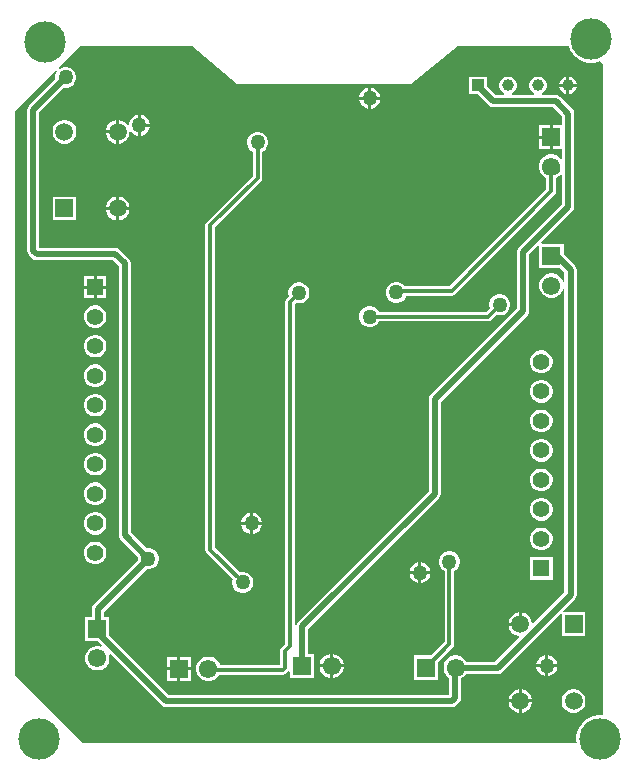
<source format=gbr>
G04*
G04 #@! TF.GenerationSoftware,Altium Limited,Altium Designer,24.2.2 (26)*
G04*
G04 Layer_Physical_Order=2*
G04 Layer_Color=16711680*
%FSLAX43Y43*%
%MOMM*%
G71*
G04*
G04 #@! TF.SameCoordinates,78AD72C9-59E1-4A50-B3D3-B96FA2B5B495*
G04*
G04*
G04 #@! TF.FilePolarity,Positive*
G04*
G01*
G75*
%ADD12C,0.500*%
%ADD37C,1.550*%
%ADD38R,1.550X1.550*%
%ADD39C,1.400*%
%ADD40R,1.400X1.400*%
%ADD43R,1.550X1.550*%
%ADD48C,0.300*%
%ADD49R,1.500X1.500*%
%ADD50C,1.500*%
%ADD51R,0.985X0.985*%
%ADD52C,0.985*%
%ADD53C,3.500*%
%ADD54C,1.270*%
G36*
X47224Y60551D02*
X47443Y60223D01*
X47723Y59943D01*
X48051Y59724D01*
X48415Y59573D01*
X48803Y59496D01*
X49197D01*
X49585Y59573D01*
X49738Y59637D01*
X49975Y59400D01*
Y4277D01*
X49947Y4254D01*
X49553D01*
X49165Y4177D01*
X48801Y4026D01*
X48473Y3807D01*
X48193Y3527D01*
X47974Y3199D01*
X47823Y2835D01*
X47746Y2447D01*
Y2053D01*
X47757Y1998D01*
X47676Y1900D01*
X5975D01*
X225Y7650D01*
Y55400D01*
X3671Y58846D01*
X3772Y58768D01*
X3672Y58593D01*
X3611Y58367D01*
Y58133D01*
X3621Y58097D01*
X1387Y55863D01*
X1275Y55697D01*
X1236Y55500D01*
Y43586D01*
X1275Y43389D01*
X1387Y43222D01*
X1680Y42930D01*
X1846Y42818D01*
X2043Y42779D01*
X8494D01*
X8986Y42287D01*
Y19500D01*
X9025Y19303D01*
X9137Y19137D01*
X10621Y17653D01*
X10611Y17617D01*
Y17383D01*
X10621Y17347D01*
X6849Y13575D01*
X6737Y13409D01*
X6698Y13212D01*
Y12604D01*
X6146D01*
Y10546D01*
X7176D01*
X7551Y10171D01*
X7486Y10057D01*
X7310Y10104D01*
X7040D01*
X6778Y10034D01*
X6543Y9898D01*
X6352Y9707D01*
X6216Y9472D01*
X6146Y9210D01*
Y8940D01*
X6216Y8678D01*
X6352Y8443D01*
X6543Y8252D01*
X6778Y8116D01*
X7040Y8046D01*
X7310D01*
X7572Y8116D01*
X7807Y8252D01*
X7998Y8443D01*
X8134Y8678D01*
X8204Y8940D01*
Y9210D01*
X8157Y9386D01*
X8271Y9451D01*
X12646Y5076D01*
X12813Y4965D01*
X13009Y4926D01*
X37207D01*
X37404Y4965D01*
X37570Y5076D01*
X37863Y5369D01*
X37975Y5536D01*
X38014Y5733D01*
Y7369D01*
X38157Y7452D01*
X38348Y7643D01*
X38402Y7736D01*
X41073D01*
X41270Y7775D01*
X41437Y7887D01*
X46379Y12829D01*
X46496Y12780D01*
Y10946D01*
X48504D01*
Y12954D01*
X46670D01*
X46621Y13071D01*
X47613Y14063D01*
X47725Y14230D01*
X47764Y14427D01*
Y41950D01*
X47725Y42147D01*
X47613Y42313D01*
X46654Y43273D01*
Y44154D01*
X44797D01*
X44748Y44271D01*
X47427Y46951D01*
X47539Y47117D01*
X47578Y47314D01*
Y55186D01*
X47539Y55383D01*
X47427Y55549D01*
X46363Y56613D01*
X46197Y56725D01*
X46000Y56764D01*
X44820D01*
X44799Y56822D01*
X44798Y56891D01*
X44948Y56978D01*
X45087Y57117D01*
X45186Y57287D01*
X45236Y57477D01*
Y57673D01*
X45186Y57863D01*
X45087Y58033D01*
X44948Y58172D01*
X44778Y58271D01*
X44588Y58321D01*
X44392D01*
X44202Y58271D01*
X44032Y58172D01*
X43893Y58033D01*
X43794Y57863D01*
X43743Y57673D01*
Y57477D01*
X43794Y57287D01*
X43893Y57117D01*
X44032Y56978D01*
X44182Y56891D01*
X44181Y56822D01*
X44160Y56764D01*
X42280D01*
X42259Y56822D01*
X42258Y56891D01*
X42408Y56978D01*
X42547Y57117D01*
X42646Y57287D01*
X42696Y57477D01*
Y57673D01*
X42646Y57863D01*
X42547Y58033D01*
X42408Y58172D01*
X42238Y58271D01*
X42048Y58321D01*
X41852D01*
X41662Y58271D01*
X41492Y58172D01*
X41353Y58033D01*
X41254Y57863D01*
X41203Y57673D01*
Y57477D01*
X41254Y57287D01*
X41353Y57117D01*
X41492Y56978D01*
X41642Y56891D01*
X41641Y56822D01*
X41620Y56764D01*
X40903D01*
X40157Y57510D01*
Y58321D01*
X38664D01*
Y56828D01*
X39385D01*
X40327Y55887D01*
X40493Y55775D01*
X40690Y55736D01*
X45787D01*
X46550Y54973D01*
Y54229D01*
X45727D01*
Y53200D01*
Y52171D01*
X46550D01*
Y51358D01*
X46455Y51332D01*
X46423Y51332D01*
X46232Y51523D01*
X45997Y51659D01*
X45735Y51729D01*
X45465D01*
X45203Y51659D01*
X44968Y51523D01*
X44777Y51332D01*
X44641Y51097D01*
X44571Y50835D01*
Y50565D01*
X44641Y50303D01*
X44777Y50068D01*
X44968Y49877D01*
X45188Y49750D01*
Y48771D01*
X37015Y40598D01*
X33199D01*
X33046Y40750D01*
X32843Y40867D01*
X32617Y40928D01*
X32383D01*
X32157Y40867D01*
X31954Y40750D01*
X31789Y40585D01*
X31672Y40382D01*
X31611Y40156D01*
Y39922D01*
X31672Y39696D01*
X31789Y39493D01*
X31954Y39328D01*
X32157Y39211D01*
X32383Y39150D01*
X32617D01*
X32843Y39211D01*
X33046Y39328D01*
X33211Y39493D01*
X33328Y39696D01*
X33349Y39774D01*
X37186D01*
X37343Y39805D01*
X37477Y39894D01*
X45891Y48309D01*
X45981Y48442D01*
X46012Y48600D01*
Y49750D01*
X46232Y49877D01*
X46359Y50004D01*
X46423Y50047D01*
X46496Y50026D01*
X46550Y49993D01*
Y47527D01*
X42887Y43863D01*
X42775Y43697D01*
X42736Y43500D01*
Y38713D01*
X35387Y31363D01*
X35275Y31197D01*
X35236Y31000D01*
Y23213D01*
X24179Y12156D01*
X24068Y11989D01*
X24039Y11844D01*
X23912Y11857D01*
Y39058D01*
X24012Y39143D01*
X24133Y39111D01*
X24367D01*
X24593Y39172D01*
X24796Y39289D01*
X24961Y39454D01*
X25078Y39657D01*
X25139Y39883D01*
Y40117D01*
X25078Y40343D01*
X24961Y40546D01*
X24796Y40711D01*
X24593Y40828D01*
X24367Y40889D01*
X24133D01*
X23907Y40828D01*
X23704Y40711D01*
X23539Y40546D01*
X23422Y40343D01*
X23361Y40117D01*
Y39883D01*
X23401Y39734D01*
X23209Y39541D01*
X23119Y39408D01*
X23088Y39250D01*
Y10317D01*
X22780Y10009D01*
X22690Y9875D01*
X22659Y9717D01*
Y8502D01*
X17553D01*
X17534Y8572D01*
X17398Y8807D01*
X17207Y8998D01*
X16972Y9134D01*
X16710Y9204D01*
X16440D01*
X16178Y9134D01*
X15943Y8998D01*
X15752Y8807D01*
X15616Y8572D01*
X15546Y8310D01*
Y8040D01*
X15616Y7778D01*
X15752Y7543D01*
X15943Y7352D01*
X16178Y7216D01*
X16440Y7146D01*
X16710D01*
X16972Y7216D01*
X17207Y7352D01*
X17398Y7543D01*
X17476Y7678D01*
X22895D01*
X23053Y7709D01*
X23187Y7799D01*
X23362Y7974D01*
X23369Y7985D01*
X23496Y7946D01*
Y7396D01*
X25554D01*
Y9454D01*
X25056D01*
Y11580D01*
X36113Y22637D01*
X36225Y22803D01*
X36264Y23000D01*
Y30787D01*
X43613Y38137D01*
X43725Y38303D01*
X43764Y38500D01*
Y43287D01*
X44479Y44002D01*
X44596Y43953D01*
Y42096D01*
X46377D01*
X46736Y41737D01*
Y40945D01*
X46609Y40928D01*
X46584Y41022D01*
X46448Y41257D01*
X46257Y41448D01*
X46022Y41584D01*
X45760Y41654D01*
X45490D01*
X45228Y41584D01*
X44993Y41448D01*
X44802Y41257D01*
X44666Y41022D01*
X44596Y40760D01*
Y40490D01*
X44666Y40228D01*
X44802Y39993D01*
X44993Y39802D01*
X45228Y39666D01*
X45490Y39596D01*
X45760D01*
X46022Y39666D01*
X46257Y39802D01*
X46448Y39993D01*
X46584Y40228D01*
X46609Y40322D01*
X46736Y40305D01*
Y14639D01*
X44121Y12025D01*
X44004Y12073D01*
Y12082D01*
X43936Y12338D01*
X43803Y12566D01*
X43616Y12753D01*
X43388Y12886D01*
X43132Y12954D01*
X43127D01*
Y11950D01*
X43000D01*
Y11823D01*
X41996D01*
Y11818D01*
X42064Y11562D01*
X42197Y11334D01*
X42384Y11147D01*
X42612Y11014D01*
X42868Y10946D01*
X42877D01*
X42925Y10829D01*
X40861Y8764D01*
X38431D01*
X38348Y8907D01*
X38157Y9098D01*
X37922Y9234D01*
X37660Y9304D01*
X37390D01*
X37128Y9234D01*
X36893Y9098D01*
X36702Y8907D01*
X36566Y8672D01*
X36496Y8410D01*
Y8140D01*
X36566Y7878D01*
X36702Y7643D01*
X36893Y7452D01*
X36986Y7398D01*
Y5954D01*
X13222D01*
X8204Y10972D01*
Y12604D01*
X7726D01*
Y12999D01*
X11347Y16621D01*
X11383Y16611D01*
X11617D01*
X11843Y16672D01*
X12046Y16789D01*
X12211Y16954D01*
X12328Y17157D01*
X12389Y17383D01*
Y17617D01*
X12328Y17843D01*
X12211Y18046D01*
X12046Y18211D01*
X11843Y18328D01*
X11617Y18389D01*
X11383D01*
X11347Y18379D01*
X10014Y19713D01*
Y42500D01*
X9975Y42697D01*
X9863Y42863D01*
X9070Y43656D01*
X8904Y43768D01*
X8707Y43807D01*
X2264D01*
Y55287D01*
X4347Y57371D01*
X4383Y57361D01*
X4617D01*
X4843Y57422D01*
X5046Y57539D01*
X5211Y57704D01*
X5328Y57907D01*
X5389Y58133D01*
Y58367D01*
X5328Y58593D01*
X5211Y58796D01*
X5046Y58961D01*
X4843Y59078D01*
X4617Y59139D01*
X4383D01*
X4157Y59078D01*
X3982Y58978D01*
X3904Y59079D01*
X5725Y60900D01*
X15225D01*
X18975Y57650D01*
X33725D01*
X37725Y60900D01*
X47079D01*
X47224Y60551D01*
D02*
G37*
%LPC*%
G36*
X47157Y58314D02*
Y57702D01*
X47769D01*
X47726Y57863D01*
X47627Y58033D01*
X47488Y58172D01*
X47318Y58271D01*
X47157Y58314D01*
D02*
G37*
G36*
X46903D02*
X46742Y58271D01*
X46572Y58172D01*
X46433Y58033D01*
X46334Y57863D01*
X46291Y57702D01*
X46903D01*
Y58314D01*
D02*
G37*
G36*
X47769Y57448D02*
X47157D01*
Y56836D01*
X47318Y56879D01*
X47488Y56978D01*
X47627Y57117D01*
X47726Y57287D01*
X47769Y57448D01*
D02*
G37*
G36*
X46903D02*
X46291D01*
X46334Y57287D01*
X46433Y57117D01*
X46572Y56978D01*
X46742Y56879D01*
X46903Y56836D01*
Y57448D01*
D02*
G37*
G36*
X30377Y57386D02*
Y56627D01*
X31136D01*
X31078Y56843D01*
X30961Y57046D01*
X30796Y57211D01*
X30593Y57328D01*
X30377Y57386D01*
D02*
G37*
G36*
X30123D02*
X29907Y57328D01*
X29704Y57211D01*
X29539Y57046D01*
X29422Y56843D01*
X29364Y56627D01*
X30123D01*
Y57386D01*
D02*
G37*
G36*
X31136Y56373D02*
X30377D01*
Y55614D01*
X30593Y55672D01*
X30796Y55789D01*
X30961Y55954D01*
X31078Y56157D01*
X31136Y56373D01*
D02*
G37*
G36*
X30123D02*
X29364D01*
X29422Y56157D01*
X29539Y55954D01*
X29704Y55789D01*
X29907Y55672D01*
X30123Y55614D01*
Y56373D01*
D02*
G37*
G36*
X10877Y55097D02*
Y54338D01*
X11636D01*
X11578Y54554D01*
X11461Y54757D01*
X11296Y54922D01*
X11093Y55039D01*
X10877Y55097D01*
D02*
G37*
G36*
X10623D02*
X10407Y55039D01*
X10204Y54922D01*
X10039Y54757D01*
X9922Y54554D01*
X9861Y54328D01*
Y54247D01*
X9734Y54213D01*
X9703Y54266D01*
X9516Y54453D01*
X9288Y54586D01*
X9032Y54654D01*
X9027D01*
Y53650D01*
X8900D01*
D01*
X9027D01*
Y52646D01*
X9032D01*
X9288Y52714D01*
X9516Y52847D01*
X9703Y53034D01*
X9836Y53262D01*
X9904Y53518D01*
Y53644D01*
X10031Y53678D01*
X10039Y53665D01*
X10204Y53500D01*
X10407Y53383D01*
X10623Y53325D01*
Y54211D01*
Y55097D01*
D02*
G37*
G36*
X8773Y54654D02*
X8768D01*
X8512Y54586D01*
X8284Y54453D01*
X8097Y54266D01*
X7964Y54038D01*
X7896Y53782D01*
Y53777D01*
X8773D01*
Y54654D01*
D02*
G37*
G36*
X45473Y54229D02*
X44571D01*
Y53327D01*
X45473D01*
Y54229D01*
D02*
G37*
G36*
X11636Y54084D02*
X10877D01*
Y53325D01*
X11093Y53383D01*
X11296Y53500D01*
X11461Y53665D01*
X11578Y53868D01*
X11636Y54084D01*
D02*
G37*
G36*
X8773Y53523D02*
X7896D01*
Y53518D01*
X7964Y53262D01*
X8097Y53034D01*
X8284Y52847D01*
X8512Y52714D01*
X8768Y52646D01*
X8773D01*
Y53523D01*
D02*
G37*
G36*
X4532Y54654D02*
X4268D01*
X4012Y54586D01*
X3784Y54453D01*
X3597Y54266D01*
X3464Y54038D01*
X3396Y53782D01*
Y53518D01*
X3464Y53262D01*
X3597Y53034D01*
X3784Y52847D01*
X4012Y52714D01*
X4268Y52646D01*
X4532D01*
X4788Y52714D01*
X5016Y52847D01*
X5203Y53034D01*
X5336Y53262D01*
X5404Y53518D01*
Y53782D01*
X5336Y54038D01*
X5203Y54266D01*
X5016Y54453D01*
X4788Y54586D01*
X4532Y54654D01*
D02*
G37*
G36*
X45473Y53073D02*
X44571D01*
Y52171D01*
X45473D01*
Y53073D01*
D02*
G37*
G36*
X9032Y48154D02*
X9027D01*
Y47277D01*
X9904D01*
Y47282D01*
X9836Y47538D01*
X9703Y47766D01*
X9516Y47953D01*
X9288Y48086D01*
X9032Y48154D01*
D02*
G37*
G36*
X8773D02*
X8768D01*
X8512Y48086D01*
X8284Y47953D01*
X8097Y47766D01*
X7964Y47538D01*
X7896Y47282D01*
Y47277D01*
X8773D01*
Y48154D01*
D02*
G37*
G36*
X9904Y47023D02*
X9027D01*
Y46146D01*
X9032D01*
X9288Y46214D01*
X9516Y46347D01*
X9703Y46534D01*
X9836Y46762D01*
X9904Y47018D01*
Y47023D01*
D02*
G37*
G36*
X8773D02*
X7896D01*
Y47018D01*
X7964Y46762D01*
X8097Y46534D01*
X8284Y46347D01*
X8512Y46214D01*
X8768Y46146D01*
X8773D01*
Y47023D01*
D02*
G37*
G36*
X5404Y48154D02*
X3396D01*
Y46146D01*
X5404D01*
Y48154D01*
D02*
G37*
G36*
X7954Y41454D02*
X7127D01*
Y40627D01*
X7954D01*
Y41454D01*
D02*
G37*
G36*
X6873D02*
X6046D01*
Y40627D01*
X6873D01*
Y41454D01*
D02*
G37*
G36*
X7954Y40373D02*
X7127D01*
Y39546D01*
X7954D01*
Y40373D01*
D02*
G37*
G36*
X6873D02*
X6046D01*
Y39546D01*
X6873D01*
Y40373D01*
D02*
G37*
G36*
X41367Y39889D02*
X41133D01*
X40907Y39828D01*
X40704Y39711D01*
X40539Y39546D01*
X40422Y39343D01*
X40361Y39117D01*
Y38883D01*
X40401Y38734D01*
X40079Y38412D01*
X31039D01*
X30961Y38546D01*
X30796Y38711D01*
X30593Y38828D01*
X30367Y38889D01*
X30133D01*
X29907Y38828D01*
X29704Y38711D01*
X29539Y38546D01*
X29422Y38343D01*
X29361Y38117D01*
Y37883D01*
X29422Y37657D01*
X29539Y37454D01*
X29704Y37289D01*
X29907Y37172D01*
X30133Y37111D01*
X30367D01*
X30593Y37172D01*
X30796Y37289D01*
X30961Y37454D01*
X31039Y37588D01*
X40250D01*
X40408Y37619D01*
X40541Y37709D01*
X40984Y38151D01*
X41133Y38111D01*
X41367D01*
X41593Y38172D01*
X41796Y38289D01*
X41961Y38454D01*
X42078Y38657D01*
X42139Y38883D01*
Y39117D01*
X42078Y39343D01*
X41961Y39546D01*
X41796Y39711D01*
X41593Y39828D01*
X41367Y39889D01*
D02*
G37*
G36*
X7126Y38954D02*
X6874D01*
X6632Y38889D01*
X6414Y38763D01*
X6237Y38586D01*
X6111Y38368D01*
X6046Y38126D01*
Y37874D01*
X6111Y37632D01*
X6237Y37414D01*
X6414Y37237D01*
X6632Y37111D01*
X6874Y37046D01*
X7126D01*
X7368Y37111D01*
X7586Y37237D01*
X7763Y37414D01*
X7889Y37632D01*
X7954Y37874D01*
Y38126D01*
X7889Y38368D01*
X7763Y38586D01*
X7586Y38763D01*
X7368Y38889D01*
X7126Y38954D01*
D02*
G37*
G36*
Y36454D02*
X6874D01*
X6632Y36389D01*
X6414Y36263D01*
X6237Y36086D01*
X6111Y35868D01*
X6046Y35626D01*
Y35374D01*
X6111Y35132D01*
X6237Y34914D01*
X6414Y34737D01*
X6632Y34611D01*
X6874Y34546D01*
X7126D01*
X7368Y34611D01*
X7586Y34737D01*
X7763Y34914D01*
X7889Y35132D01*
X7954Y35374D01*
Y35626D01*
X7889Y35868D01*
X7763Y36086D01*
X7586Y36263D01*
X7368Y36389D01*
X7126Y36454D01*
D02*
G37*
G36*
X44901Y35129D02*
X44649D01*
X44407Y35064D01*
X44189Y34938D01*
X44012Y34761D01*
X43886Y34543D01*
X43821Y34301D01*
Y34049D01*
X43886Y33807D01*
X44012Y33589D01*
X44189Y33412D01*
X44407Y33286D01*
X44649Y33221D01*
X44901D01*
X45143Y33286D01*
X45361Y33412D01*
X45538Y33589D01*
X45664Y33807D01*
X45729Y34049D01*
Y34301D01*
X45664Y34543D01*
X45538Y34761D01*
X45361Y34938D01*
X45143Y35064D01*
X44901Y35129D01*
D02*
G37*
G36*
X7126Y33954D02*
X6874D01*
X6632Y33889D01*
X6414Y33763D01*
X6237Y33586D01*
X6111Y33368D01*
X6046Y33126D01*
Y32874D01*
X6111Y32632D01*
X6237Y32414D01*
X6414Y32237D01*
X6632Y32111D01*
X6874Y32046D01*
X7126D01*
X7368Y32111D01*
X7586Y32237D01*
X7763Y32414D01*
X7889Y32632D01*
X7954Y32874D01*
Y33126D01*
X7889Y33368D01*
X7763Y33586D01*
X7586Y33763D01*
X7368Y33889D01*
X7126Y33954D01*
D02*
G37*
G36*
X44901Y32629D02*
X44649D01*
X44407Y32564D01*
X44189Y32438D01*
X44012Y32261D01*
X43886Y32043D01*
X43821Y31801D01*
Y31549D01*
X43886Y31307D01*
X44012Y31089D01*
X44189Y30912D01*
X44407Y30786D01*
X44649Y30721D01*
X44901D01*
X45143Y30786D01*
X45361Y30912D01*
X45538Y31089D01*
X45664Y31307D01*
X45729Y31549D01*
Y31801D01*
X45664Y32043D01*
X45538Y32261D01*
X45361Y32438D01*
X45143Y32564D01*
X44901Y32629D01*
D02*
G37*
G36*
X7126Y31454D02*
X6874D01*
X6632Y31389D01*
X6414Y31263D01*
X6237Y31086D01*
X6111Y30868D01*
X6046Y30626D01*
Y30374D01*
X6111Y30132D01*
X6237Y29914D01*
X6414Y29737D01*
X6632Y29611D01*
X6874Y29546D01*
X7126D01*
X7368Y29611D01*
X7586Y29737D01*
X7763Y29914D01*
X7889Y30132D01*
X7954Y30374D01*
Y30626D01*
X7889Y30868D01*
X7763Y31086D01*
X7586Y31263D01*
X7368Y31389D01*
X7126Y31454D01*
D02*
G37*
G36*
X44901Y30129D02*
X44649D01*
X44407Y30064D01*
X44189Y29938D01*
X44012Y29761D01*
X43886Y29543D01*
X43821Y29301D01*
Y29049D01*
X43886Y28807D01*
X44012Y28589D01*
X44189Y28412D01*
X44407Y28286D01*
X44649Y28221D01*
X44901D01*
X45143Y28286D01*
X45361Y28412D01*
X45538Y28589D01*
X45664Y28807D01*
X45729Y29049D01*
Y29301D01*
X45664Y29543D01*
X45538Y29761D01*
X45361Y29938D01*
X45143Y30064D01*
X44901Y30129D01*
D02*
G37*
G36*
X7126Y28954D02*
X6874D01*
X6632Y28889D01*
X6414Y28763D01*
X6237Y28586D01*
X6111Y28368D01*
X6046Y28126D01*
Y27874D01*
X6111Y27632D01*
X6237Y27414D01*
X6414Y27237D01*
X6632Y27111D01*
X6874Y27046D01*
X7126D01*
X7368Y27111D01*
X7586Y27237D01*
X7763Y27414D01*
X7889Y27632D01*
X7954Y27874D01*
Y28126D01*
X7889Y28368D01*
X7763Y28586D01*
X7586Y28763D01*
X7368Y28889D01*
X7126Y28954D01*
D02*
G37*
G36*
X44901Y27629D02*
X44649D01*
X44407Y27564D01*
X44189Y27438D01*
X44012Y27261D01*
X43886Y27043D01*
X43821Y26801D01*
Y26549D01*
X43886Y26307D01*
X44012Y26089D01*
X44189Y25912D01*
X44407Y25786D01*
X44649Y25721D01*
X44901D01*
X45143Y25786D01*
X45361Y25912D01*
X45538Y26089D01*
X45664Y26307D01*
X45729Y26549D01*
Y26801D01*
X45664Y27043D01*
X45538Y27261D01*
X45361Y27438D01*
X45143Y27564D01*
X44901Y27629D01*
D02*
G37*
G36*
X7126Y26454D02*
X6874D01*
X6632Y26389D01*
X6414Y26263D01*
X6237Y26086D01*
X6111Y25868D01*
X6046Y25626D01*
Y25374D01*
X6111Y25132D01*
X6237Y24914D01*
X6414Y24737D01*
X6632Y24611D01*
X6874Y24546D01*
X7126D01*
X7368Y24611D01*
X7586Y24737D01*
X7763Y24914D01*
X7889Y25132D01*
X7954Y25374D01*
Y25626D01*
X7889Y25868D01*
X7763Y26086D01*
X7586Y26263D01*
X7368Y26389D01*
X7126Y26454D01*
D02*
G37*
G36*
X44901Y25129D02*
X44649D01*
X44407Y25064D01*
X44189Y24938D01*
X44012Y24761D01*
X43886Y24543D01*
X43821Y24301D01*
Y24049D01*
X43886Y23807D01*
X44012Y23589D01*
X44189Y23412D01*
X44407Y23286D01*
X44649Y23221D01*
X44901D01*
X45143Y23286D01*
X45361Y23412D01*
X45538Y23589D01*
X45664Y23807D01*
X45729Y24049D01*
Y24301D01*
X45664Y24543D01*
X45538Y24761D01*
X45361Y24938D01*
X45143Y25064D01*
X44901Y25129D01*
D02*
G37*
G36*
X7126Y23954D02*
X6874D01*
X6632Y23889D01*
X6414Y23763D01*
X6237Y23586D01*
X6111Y23368D01*
X6046Y23126D01*
Y22874D01*
X6111Y22632D01*
X6237Y22414D01*
X6414Y22237D01*
X6632Y22111D01*
X6874Y22046D01*
X7126D01*
X7368Y22111D01*
X7586Y22237D01*
X7763Y22414D01*
X7889Y22632D01*
X7954Y22874D01*
Y23126D01*
X7889Y23368D01*
X7763Y23586D01*
X7586Y23763D01*
X7368Y23889D01*
X7126Y23954D01*
D02*
G37*
G36*
X44901Y22629D02*
X44649D01*
X44407Y22564D01*
X44189Y22438D01*
X44012Y22261D01*
X43886Y22043D01*
X43821Y21801D01*
Y21549D01*
X43886Y21307D01*
X44012Y21089D01*
X44189Y20912D01*
X44407Y20786D01*
X44649Y20721D01*
X44901D01*
X45143Y20786D01*
X45361Y20912D01*
X45538Y21089D01*
X45664Y21307D01*
X45729Y21549D01*
Y21801D01*
X45664Y22043D01*
X45538Y22261D01*
X45361Y22438D01*
X45143Y22564D01*
X44901Y22629D01*
D02*
G37*
G36*
X20377Y21386D02*
Y20627D01*
X21136D01*
X21078Y20843D01*
X20961Y21046D01*
X20796Y21211D01*
X20593Y21328D01*
X20377Y21386D01*
D02*
G37*
G36*
X20123D02*
X19907Y21328D01*
X19704Y21211D01*
X19539Y21046D01*
X19422Y20843D01*
X19364Y20627D01*
X20123D01*
Y21386D01*
D02*
G37*
G36*
X21136Y20373D02*
X20377D01*
Y19614D01*
X20593Y19672D01*
X20796Y19789D01*
X20961Y19954D01*
X21078Y20157D01*
X21136Y20373D01*
D02*
G37*
G36*
X20123D02*
X19364D01*
X19422Y20157D01*
X19539Y19954D01*
X19704Y19789D01*
X19907Y19672D01*
X20123Y19614D01*
Y20373D01*
D02*
G37*
G36*
X7126Y21454D02*
X6874D01*
X6632Y21389D01*
X6414Y21263D01*
X6237Y21086D01*
X6111Y20868D01*
X6046Y20626D01*
Y20374D01*
X6111Y20132D01*
X6237Y19914D01*
X6414Y19737D01*
X6632Y19611D01*
X6874Y19546D01*
X7126D01*
X7368Y19611D01*
X7586Y19737D01*
X7763Y19914D01*
X7889Y20132D01*
X7954Y20374D01*
Y20626D01*
X7889Y20868D01*
X7763Y21086D01*
X7586Y21263D01*
X7368Y21389D01*
X7126Y21454D01*
D02*
G37*
G36*
X44901Y20129D02*
X44649D01*
X44407Y20064D01*
X44189Y19938D01*
X44012Y19761D01*
X43886Y19543D01*
X43821Y19301D01*
Y19049D01*
X43886Y18807D01*
X44012Y18589D01*
X44189Y18412D01*
X44407Y18286D01*
X44649Y18221D01*
X44901D01*
X45143Y18286D01*
X45361Y18412D01*
X45538Y18589D01*
X45664Y18807D01*
X45729Y19049D01*
Y19301D01*
X45664Y19543D01*
X45538Y19761D01*
X45361Y19938D01*
X45143Y20064D01*
X44901Y20129D01*
D02*
G37*
G36*
X7126Y18954D02*
X6874D01*
X6632Y18889D01*
X6414Y18763D01*
X6237Y18586D01*
X6111Y18368D01*
X6046Y18126D01*
Y17874D01*
X6111Y17632D01*
X6237Y17414D01*
X6414Y17237D01*
X6632Y17111D01*
X6874Y17046D01*
X7126D01*
X7368Y17111D01*
X7586Y17237D01*
X7763Y17414D01*
X7889Y17632D01*
X7954Y17874D01*
Y18126D01*
X7889Y18368D01*
X7763Y18586D01*
X7586Y18763D01*
X7368Y18889D01*
X7126Y18954D01*
D02*
G37*
G36*
X34627Y17211D02*
Y16452D01*
X35386D01*
X35328Y16668D01*
X35211Y16871D01*
X35046Y17036D01*
X34843Y17153D01*
X34627Y17211D01*
D02*
G37*
G36*
X34373D02*
X34157Y17153D01*
X33954Y17036D01*
X33789Y16871D01*
X33672Y16668D01*
X33614Y16452D01*
X34373D01*
Y17211D01*
D02*
G37*
G36*
X45729Y17629D02*
X43821D01*
Y15721D01*
X45729D01*
Y17629D01*
D02*
G37*
G36*
X35386Y16198D02*
X34627D01*
Y15439D01*
X34843Y15497D01*
X35046Y15614D01*
X35211Y15779D01*
X35328Y15982D01*
X35386Y16198D01*
D02*
G37*
G36*
X34373D02*
X33614D01*
X33672Y15982D01*
X33789Y15779D01*
X33954Y15614D01*
X34157Y15497D01*
X34373Y15439D01*
Y16198D01*
D02*
G37*
G36*
X20867Y53639D02*
X20633D01*
X20407Y53578D01*
X20204Y53461D01*
X20039Y53296D01*
X19922Y53093D01*
X19861Y52867D01*
Y52633D01*
X19922Y52407D01*
X20039Y52204D01*
X20204Y52039D01*
X20338Y51961D01*
Y49921D01*
X16459Y46041D01*
X16369Y45908D01*
X16338Y45750D01*
Y18250D01*
X16369Y18092D01*
X16459Y17959D01*
X18651Y15766D01*
X18611Y15617D01*
Y15383D01*
X18672Y15157D01*
X18789Y14954D01*
X18954Y14789D01*
X19157Y14672D01*
X19383Y14611D01*
X19617D01*
X19843Y14672D01*
X20046Y14789D01*
X20211Y14954D01*
X20328Y15157D01*
X20389Y15383D01*
Y15617D01*
X20328Y15843D01*
X20211Y16046D01*
X20046Y16211D01*
X19843Y16328D01*
X19617Y16389D01*
X19383D01*
X19234Y16349D01*
X17162Y18421D01*
Y45579D01*
X21041Y49459D01*
X21131Y49592D01*
X21162Y49750D01*
Y51961D01*
X21296Y52039D01*
X21461Y52204D01*
X21578Y52407D01*
X21639Y52633D01*
Y52867D01*
X21578Y53093D01*
X21461Y53296D01*
X21296Y53461D01*
X21093Y53578D01*
X20867Y53639D01*
D02*
G37*
G36*
X42873Y12954D02*
X42868D01*
X42612Y12886D01*
X42384Y12753D01*
X42197Y12566D01*
X42064Y12338D01*
X41996Y12082D01*
Y12077D01*
X42873D01*
Y12954D01*
D02*
G37*
G36*
X45377Y9336D02*
Y8577D01*
X46136D01*
X46078Y8793D01*
X45961Y8996D01*
X45796Y9161D01*
X45593Y9278D01*
X45377Y9336D01*
D02*
G37*
G36*
X45123D02*
X44907Y9278D01*
X44704Y9161D01*
X44539Y8996D01*
X44422Y8793D01*
X44364Y8577D01*
X45123D01*
Y9336D01*
D02*
G37*
G36*
X27160Y9454D02*
X27152D01*
Y8552D01*
X28054D01*
Y8560D01*
X27984Y8822D01*
X27848Y9057D01*
X27657Y9248D01*
X27422Y9384D01*
X27160Y9454D01*
D02*
G37*
G36*
X26898D02*
X26890D01*
X26628Y9384D01*
X26393Y9248D01*
X26202Y9057D01*
X26066Y8822D01*
X25996Y8560D01*
Y8552D01*
X26898D01*
Y9454D01*
D02*
G37*
G36*
X15104Y9204D02*
X14202D01*
Y8302D01*
X15104D01*
Y9204D01*
D02*
G37*
G36*
X13948D02*
X13046D01*
Y8302D01*
X13948D01*
Y9204D01*
D02*
G37*
G36*
X46136Y8323D02*
X45377D01*
Y7564D01*
X45593Y7622D01*
X45796Y7739D01*
X45961Y7904D01*
X46078Y8107D01*
X46136Y8323D01*
D02*
G37*
G36*
X45123D02*
X44364D01*
X44422Y8107D01*
X44539Y7904D01*
X44704Y7739D01*
X44907Y7622D01*
X45123Y7564D01*
Y8323D01*
D02*
G37*
G36*
X28054Y8298D02*
X27152D01*
Y7396D01*
X27160D01*
X27422Y7466D01*
X27657Y7602D01*
X27848Y7793D01*
X27984Y8028D01*
X28054Y8290D01*
Y8298D01*
D02*
G37*
G36*
X26898D02*
X25996D01*
Y8290D01*
X26066Y8028D01*
X26202Y7793D01*
X26393Y7602D01*
X26628Y7466D01*
X26890Y7396D01*
X26898D01*
Y8298D01*
D02*
G37*
G36*
X37117Y18139D02*
X36883D01*
X36657Y18078D01*
X36454Y17961D01*
X36289Y17796D01*
X36172Y17593D01*
X36111Y17367D01*
Y17133D01*
X36172Y16907D01*
X36289Y16704D01*
X36454Y16539D01*
X36588Y16461D01*
Y10421D01*
X35471Y9304D01*
X33996D01*
Y7246D01*
X36054D01*
Y8721D01*
X37291Y9959D01*
X37381Y10092D01*
X37412Y10250D01*
Y16461D01*
X37546Y16539D01*
X37711Y16704D01*
X37828Y16907D01*
X37889Y17133D01*
Y17367D01*
X37828Y17593D01*
X37711Y17796D01*
X37546Y17961D01*
X37343Y18078D01*
X37117Y18139D01*
D02*
G37*
G36*
X15104Y8048D02*
X14202D01*
Y7146D01*
X15104D01*
Y8048D01*
D02*
G37*
G36*
X13948D02*
X13046D01*
Y7146D01*
X13948D01*
Y8048D01*
D02*
G37*
G36*
X43132Y6454D02*
X43127D01*
Y5577D01*
X44004D01*
Y5582D01*
X43936Y5838D01*
X43803Y6066D01*
X43616Y6253D01*
X43388Y6386D01*
X43132Y6454D01*
D02*
G37*
G36*
X42873D02*
X42868D01*
X42612Y6386D01*
X42384Y6253D01*
X42197Y6066D01*
X42064Y5838D01*
X41996Y5582D01*
Y5577D01*
X42873D01*
Y6454D01*
D02*
G37*
G36*
X47632D02*
X47368D01*
X47112Y6386D01*
X46884Y6253D01*
X46697Y6066D01*
X46564Y5838D01*
X46496Y5582D01*
Y5318D01*
X46564Y5062D01*
X46697Y4834D01*
X46884Y4647D01*
X47112Y4514D01*
X47368Y4446D01*
X47632D01*
X47888Y4514D01*
X48116Y4647D01*
X48303Y4834D01*
X48436Y5062D01*
X48504Y5318D01*
Y5582D01*
X48436Y5838D01*
X48303Y6066D01*
X48116Y6253D01*
X47888Y6386D01*
X47632Y6454D01*
D02*
G37*
G36*
X44004Y5323D02*
X43127D01*
Y4446D01*
X43132D01*
X43388Y4514D01*
X43616Y4647D01*
X43803Y4834D01*
X43936Y5062D01*
X44004Y5318D01*
Y5323D01*
D02*
G37*
G36*
X42873D02*
X41996D01*
Y5318D01*
X42064Y5062D01*
X42197Y4834D01*
X42384Y4647D01*
X42612Y4514D01*
X42868Y4446D01*
X42873D01*
Y5323D01*
D02*
G37*
%LPD*%
D12*
X7212Y11237D02*
X13009Y5440D01*
X37207D01*
X37500Y5733D01*
Y8250D01*
X24250Y8775D02*
X24543Y9068D01*
Y11793D01*
X35750Y23000D01*
Y31000D01*
X9500Y19500D02*
Y42500D01*
Y19500D02*
X11500Y17500D01*
X7212Y11237D02*
Y13212D01*
X11500Y17500D01*
X8707Y43293D02*
X9500Y42500D01*
X37500Y8250D02*
X41073D01*
X35750Y31000D02*
X43250Y38500D01*
Y43500D01*
X47064Y47314D01*
Y55186D01*
X40690Y56250D02*
X46000D01*
X47064Y55186D01*
X39440Y57500D02*
X40690Y56250D01*
X45750Y43450D02*
X47250Y41950D01*
X41073Y8250D02*
X47250Y14427D01*
Y41950D01*
X1750Y55500D02*
X4250Y58000D01*
X2043Y43293D02*
X8707D01*
X1750Y43586D02*
Y55500D01*
Y43586D02*
X2043Y43293D01*
D37*
X7175Y9075D02*
D03*
X45600Y50700D02*
D03*
X45625Y40625D02*
D03*
X27025Y8425D02*
D03*
X37525Y8275D02*
D03*
X16575Y8175D02*
D03*
D38*
X7175Y11575D02*
D03*
X45600Y53200D02*
D03*
X45625Y43125D02*
D03*
D39*
X7000Y18000D02*
D03*
Y20500D02*
D03*
Y23000D02*
D03*
Y25500D02*
D03*
Y28000D02*
D03*
Y30500D02*
D03*
Y33000D02*
D03*
Y35500D02*
D03*
Y38000D02*
D03*
X44775Y34175D02*
D03*
Y31675D02*
D03*
Y29175D02*
D03*
Y26675D02*
D03*
Y24175D02*
D03*
Y21675D02*
D03*
Y19175D02*
D03*
D40*
X7000Y40500D02*
D03*
X44775Y16675D02*
D03*
D43*
X24525Y8425D02*
D03*
X35025Y8275D02*
D03*
X14075Y8175D02*
D03*
D48*
X45600Y48600D02*
Y50700D01*
X37186Y40186D02*
X45600Y48600D01*
X45750Y50350D02*
X46150D01*
X23500Y39250D02*
X24250Y40000D01*
X23071Y9717D02*
X23500Y10146D01*
Y39250D01*
X23071Y8266D02*
Y9717D01*
X16750Y45750D02*
X20750Y49750D01*
X16750Y18250D02*
X19500Y15500D01*
X16750Y18250D02*
Y45750D01*
X20750Y49750D02*
Y52750D01*
X22895Y8090D02*
X23071Y8266D01*
X16347Y8090D02*
X22895D01*
X40250Y38000D02*
X41250Y39000D01*
X30250Y38000D02*
X40250D01*
X32647Y40186D02*
X37186D01*
X32500Y40039D02*
X32647Y40186D01*
X35000Y8250D02*
X37000Y10250D01*
Y17250D01*
D49*
X47500Y11950D02*
D03*
X4400Y47150D02*
D03*
D50*
X43000Y11950D02*
D03*
Y5450D02*
D03*
X47500D02*
D03*
X8900Y47150D02*
D03*
Y53650D02*
D03*
X4400D02*
D03*
D51*
X39410Y57575D02*
D03*
D52*
X41950D02*
D03*
X44490D02*
D03*
X47030D02*
D03*
D53*
X2750Y61250D02*
D03*
X49000Y61500D02*
D03*
X2250Y2250D02*
D03*
X49750D02*
D03*
D54*
X45250Y8450D02*
D03*
X20250Y20500D02*
D03*
X19500Y15500D02*
D03*
X11500Y17500D02*
D03*
X24250Y40000D02*
D03*
X20750Y52750D02*
D03*
X30250Y38000D02*
D03*
X34500Y16325D02*
D03*
X32500Y40039D02*
D03*
X41250Y39000D02*
D03*
X37000Y17250D02*
D03*
X30250Y56500D02*
D03*
X4500Y58250D02*
D03*
X10750Y54211D02*
D03*
M02*

</source>
